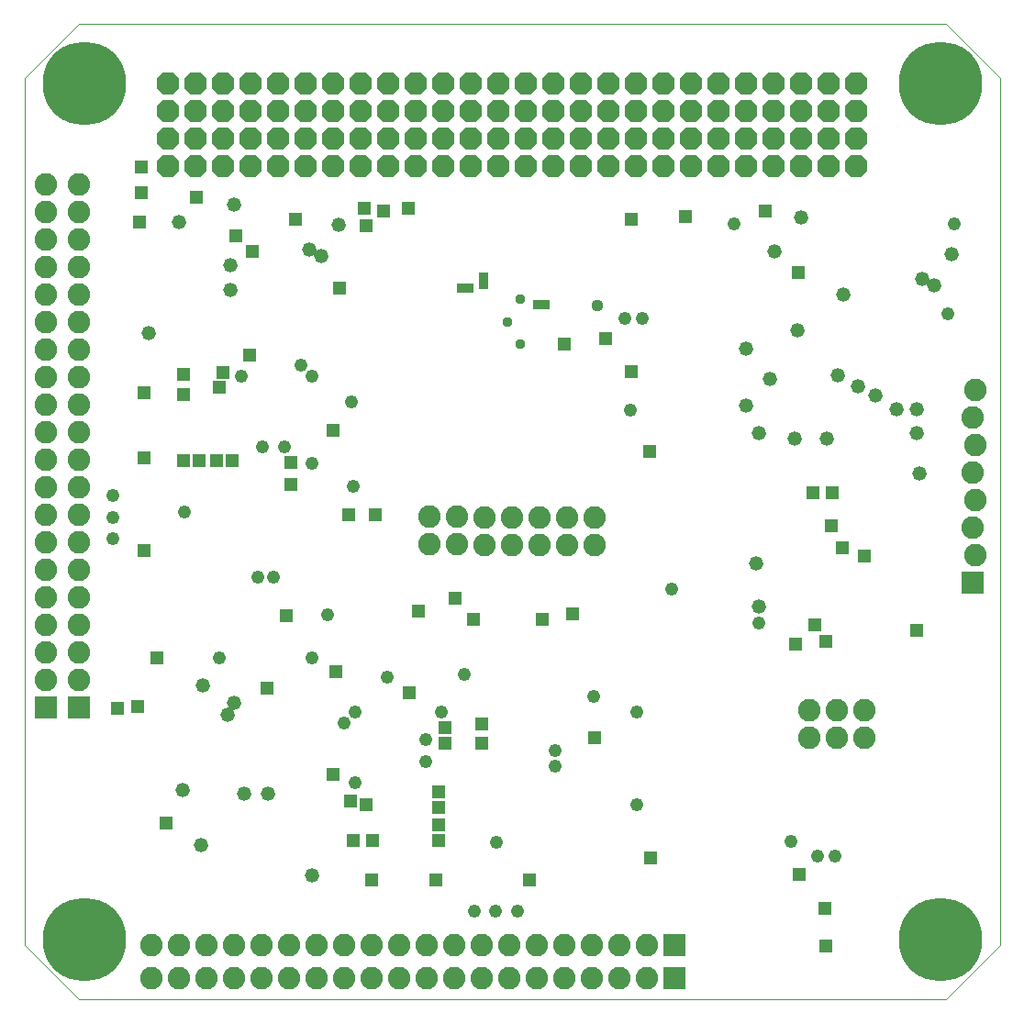
<source format=gbs>
G75*
%MOIN*%
%OFA0B0*%
%FSLAX25Y25*%
%IPPOS*%
%LPD*%
%AMOC8*
5,1,8,0,0,1.08239X$1,22.5*
%
%ADD10C,0.00000*%
%ADD11C,0.30328*%
%ADD12OC8,0.08200*%
%ADD13C,0.05200*%
%ADD14R,0.08200X0.08200*%
%ADD15C,0.08200*%
%ADD16C,0.04762*%
%ADD17R,0.04762X0.04762*%
%ADD18C,0.03778*%
%ADD19R,0.03778X0.03778*%
%ADD20C,0.04400*%
D10*
X0015180Y0026678D02*
X0015180Y0341638D01*
X0034865Y0361323D01*
X0349825Y0361323D01*
X0369510Y0341638D01*
X0369510Y0026678D01*
X0349825Y0006993D01*
X0034865Y0006993D01*
X0015180Y0026678D01*
D11*
X0036833Y0028646D03*
X0036833Y0339670D03*
X0347857Y0339670D03*
X0347857Y0028646D03*
D12*
X0317345Y0309670D03*
X0307345Y0309670D03*
X0307345Y0319670D03*
X0317345Y0319670D03*
X0317345Y0329670D03*
X0317345Y0339670D03*
X0307345Y0339670D03*
X0307345Y0329670D03*
X0297345Y0329670D03*
X0297345Y0339670D03*
X0287345Y0339670D03*
X0287345Y0329670D03*
X0277345Y0329670D03*
X0277345Y0339670D03*
X0267345Y0339670D03*
X0257345Y0339670D03*
X0257345Y0329670D03*
X0267345Y0329670D03*
X0267345Y0319670D03*
X0257345Y0319670D03*
X0247345Y0319670D03*
X0247345Y0329670D03*
X0247345Y0339670D03*
X0237345Y0339670D03*
X0227345Y0339670D03*
X0227345Y0329670D03*
X0237345Y0329670D03*
X0237345Y0319670D03*
X0227345Y0319670D03*
X0217345Y0319670D03*
X0217345Y0329670D03*
X0217345Y0339670D03*
X0207345Y0339670D03*
X0197345Y0339670D03*
X0197345Y0329670D03*
X0207345Y0329670D03*
X0207345Y0319670D03*
X0197345Y0319670D03*
X0187345Y0319670D03*
X0187345Y0329670D03*
X0187345Y0339670D03*
X0177345Y0339670D03*
X0167345Y0339670D03*
X0167345Y0329670D03*
X0177345Y0329670D03*
X0177345Y0319670D03*
X0167345Y0319670D03*
X0157345Y0319670D03*
X0157345Y0329670D03*
X0157345Y0339670D03*
X0147345Y0339670D03*
X0137345Y0339670D03*
X0137345Y0329670D03*
X0147345Y0329670D03*
X0147345Y0319670D03*
X0137345Y0319670D03*
X0127345Y0319670D03*
X0117345Y0319670D03*
X0117345Y0329670D03*
X0117345Y0339670D03*
X0127345Y0339670D03*
X0127345Y0329670D03*
X0107345Y0329670D03*
X0107345Y0339670D03*
X0097345Y0339670D03*
X0087345Y0339670D03*
X0087345Y0329670D03*
X0097345Y0329670D03*
X0097345Y0319670D03*
X0087345Y0319670D03*
X0077345Y0319670D03*
X0077345Y0329670D03*
X0077345Y0339670D03*
X0067345Y0339670D03*
X0067345Y0329670D03*
X0067345Y0319670D03*
X0067345Y0309670D03*
X0077345Y0309670D03*
X0087345Y0309670D03*
X0097345Y0309670D03*
X0107345Y0309670D03*
X0107345Y0319670D03*
X0117345Y0309670D03*
X0127345Y0309670D03*
X0137345Y0309670D03*
X0147345Y0309670D03*
X0157345Y0309670D03*
X0167345Y0309670D03*
X0177345Y0309670D03*
X0187345Y0309670D03*
X0197345Y0309670D03*
X0207345Y0309670D03*
X0217345Y0309670D03*
X0227345Y0309670D03*
X0237345Y0309670D03*
X0247345Y0309670D03*
X0257345Y0309670D03*
X0267345Y0309670D03*
X0277345Y0309670D03*
X0277345Y0319670D03*
X0287345Y0319670D03*
X0297345Y0319670D03*
X0297345Y0309670D03*
X0287345Y0309670D03*
D13*
X0297357Y0291055D03*
X0287514Y0278752D03*
X0312613Y0263004D03*
X0295880Y0250208D03*
X0310644Y0233860D03*
X0318126Y0229947D03*
X0324374Y0226326D03*
X0331894Y0221311D03*
X0339394Y0221311D03*
X0339187Y0212807D03*
X0340172Y0198043D03*
X0306707Y0210838D03*
X0294896Y0210838D03*
X0282101Y0212807D03*
X0277180Y0222649D03*
X0286038Y0232492D03*
X0277180Y0243319D03*
X0341156Y0268909D03*
X0345585Y0266449D03*
X0351983Y0277767D03*
X0281117Y0165563D03*
X0282101Y0149815D03*
X0129353Y0288489D03*
X0122955Y0277170D03*
X0118526Y0279630D03*
X0091459Y0295871D03*
X0071282Y0289473D03*
X0089983Y0273725D03*
X0089983Y0264867D03*
X0060455Y0249119D03*
X0080140Y0121166D03*
X0091459Y0114768D03*
X0088998Y0110339D03*
X0094904Y0081796D03*
X0103762Y0081796D03*
X0079156Y0063095D03*
X0072758Y0083272D03*
X0119510Y0052268D03*
D14*
X0034865Y0113292D03*
X0023054Y0113292D03*
X0251400Y0026678D03*
X0251400Y0014867D03*
X0359782Y0158369D03*
D15*
X0360782Y0168369D03*
X0359782Y0178369D03*
X0360782Y0188369D03*
X0359782Y0198369D03*
X0360782Y0208369D03*
X0359782Y0218369D03*
X0360782Y0228369D03*
X0320219Y0112032D03*
X0310219Y0112032D03*
X0310219Y0102032D03*
X0320219Y0102032D03*
X0300219Y0102032D03*
X0300219Y0112032D03*
X0222219Y0172032D03*
X0212219Y0172032D03*
X0212219Y0182032D03*
X0222219Y0182032D03*
X0202219Y0182032D03*
X0202219Y0172032D03*
X0192219Y0172032D03*
X0182219Y0172032D03*
X0172345Y0172347D03*
X0172345Y0182347D03*
X0182219Y0182032D03*
X0192219Y0182032D03*
X0162345Y0182347D03*
X0162345Y0172347D03*
X0034865Y0173292D03*
X0034865Y0183292D03*
X0034865Y0193292D03*
X0034865Y0203292D03*
X0034865Y0213292D03*
X0034865Y0223292D03*
X0034865Y0233292D03*
X0034865Y0243292D03*
X0034865Y0253292D03*
X0034865Y0263292D03*
X0034865Y0273292D03*
X0034865Y0283292D03*
X0034865Y0293292D03*
X0034865Y0303292D03*
X0023054Y0303292D03*
X0023054Y0293292D03*
X0023054Y0283292D03*
X0023054Y0273292D03*
X0023054Y0263292D03*
X0023054Y0253292D03*
X0023054Y0243292D03*
X0023054Y0233292D03*
X0023054Y0223292D03*
X0023054Y0213292D03*
X0023054Y0203292D03*
X0023054Y0193292D03*
X0023054Y0183292D03*
X0023054Y0173292D03*
X0023054Y0163292D03*
X0023054Y0153292D03*
X0023054Y0143292D03*
X0023054Y0133292D03*
X0023054Y0123292D03*
X0034865Y0123292D03*
X0034865Y0133292D03*
X0034865Y0143292D03*
X0034865Y0153292D03*
X0034865Y0163292D03*
X0061400Y0026678D03*
X0071400Y0026678D03*
X0081400Y0026678D03*
X0091400Y0026678D03*
X0101400Y0026678D03*
X0111400Y0026678D03*
X0121400Y0026678D03*
X0131400Y0026678D03*
X0141400Y0026678D03*
X0151400Y0026678D03*
X0161400Y0026678D03*
X0171400Y0026678D03*
X0181400Y0026678D03*
X0191400Y0026678D03*
X0201400Y0026678D03*
X0211400Y0026678D03*
X0221400Y0026678D03*
X0231400Y0026678D03*
X0241400Y0026678D03*
X0241400Y0014867D03*
X0231400Y0014867D03*
X0221400Y0014867D03*
X0211400Y0014867D03*
X0201400Y0014867D03*
X0191400Y0014867D03*
X0181400Y0014867D03*
X0171400Y0014867D03*
X0161400Y0014867D03*
X0151400Y0014867D03*
X0141400Y0014867D03*
X0131400Y0014867D03*
X0121400Y0014867D03*
X0111400Y0014867D03*
X0101400Y0014867D03*
X0091400Y0014867D03*
X0081400Y0014867D03*
X0071400Y0014867D03*
X0061400Y0014867D03*
D16*
X0135258Y0085733D03*
X0131321Y0107386D03*
X0135258Y0111323D03*
X0147006Y0124284D03*
X0166754Y0111323D03*
X0160849Y0101481D03*
X0160849Y0093607D03*
X0174880Y0125084D03*
X0208093Y0097544D03*
X0208093Y0091638D03*
X0221872Y0117229D03*
X0237620Y0111323D03*
X0237620Y0077859D03*
X0194313Y0039289D03*
X0186439Y0039289D03*
X0178565Y0039289D03*
X0186808Y0064079D03*
X0119510Y0131008D03*
X0125416Y0146756D03*
X0105731Y0160536D03*
X0099825Y0160536D03*
X0086046Y0131008D03*
X0047476Y0174315D03*
X0047476Y0182189D03*
X0047476Y0190064D03*
X0073250Y0184158D03*
X0101794Y0207780D03*
X0109668Y0207780D03*
X0119510Y0201875D03*
X0134619Y0193632D03*
X0134071Y0224023D03*
X0119510Y0233371D03*
X0115573Y0237308D03*
X0093920Y0233371D03*
X0233202Y0254408D03*
X0239772Y0254478D03*
X0235219Y0221032D03*
X0250219Y0156032D03*
X0281912Y0143804D03*
X0293619Y0064632D03*
X0303219Y0059032D03*
X0309619Y0059032D03*
X0350619Y0256032D03*
X0353019Y0288832D03*
X0273019Y0288832D03*
D17*
X0284219Y0293632D03*
X0296219Y0271232D03*
X0255337Y0291441D03*
X0235652Y0290457D03*
X0226272Y0247178D03*
X0235672Y0235178D03*
X0211219Y0245032D03*
X0242219Y0206032D03*
X0301819Y0191232D03*
X0308619Y0191232D03*
X0308219Y0179032D03*
X0312219Y0171032D03*
X0320219Y0168032D03*
X0302219Y0143032D03*
X0306219Y0137032D03*
X0295219Y0136032D03*
X0339219Y0141032D03*
X0296819Y0052632D03*
X0306019Y0040232D03*
X0306419Y0026632D03*
X0242619Y0058432D03*
X0222266Y0102268D03*
X0181219Y0100032D03*
X0181219Y0107032D03*
X0168131Y0105695D03*
X0168131Y0100095D03*
X0154943Y0118397D03*
X0128369Y0126087D03*
X0103419Y0120032D03*
X0110455Y0146363D03*
X0133019Y0183232D03*
X0142619Y0183232D03*
X0111882Y0194098D03*
X0111913Y0202098D03*
X0127384Y0213686D03*
X0097082Y0241298D03*
X0087482Y0234898D03*
X0086046Y0229434D03*
X0073082Y0226898D03*
X0073082Y0234098D03*
X0058487Y0227465D03*
X0058487Y0203843D03*
X0073082Y0202898D03*
X0078682Y0202898D03*
X0085082Y0202898D03*
X0090682Y0202898D03*
X0058487Y0169985D03*
X0063419Y0131232D03*
X0056219Y0113632D03*
X0049019Y0112832D03*
X0066619Y0071232D03*
X0127331Y0088895D03*
X0133731Y0079295D03*
X0139195Y0077859D03*
X0141731Y0064895D03*
X0134531Y0064895D03*
X0141164Y0050300D03*
X0164786Y0050300D03*
X0165731Y0064895D03*
X0165731Y0070495D03*
X0165731Y0076895D03*
X0165731Y0082495D03*
X0198644Y0050300D03*
X0203219Y0145032D03*
X0214219Y0147032D03*
X0178219Y0145032D03*
X0171819Y0152932D03*
X0158219Y0148032D03*
X0129819Y0265632D03*
X0139419Y0288032D03*
X0138619Y0294432D03*
X0145819Y0293632D03*
X0154619Y0294432D03*
X0113605Y0290457D03*
X0097857Y0278646D03*
X0091951Y0284552D03*
X0077819Y0298432D03*
X0057819Y0300032D03*
X0057819Y0309632D03*
X0057019Y0289632D03*
D18*
X0190574Y0253253D03*
X0195288Y0245280D03*
X0195288Y0261530D03*
D19*
X0201721Y0259430D03*
X0204221Y0259430D03*
X0181861Y0266888D03*
X0181861Y0269388D03*
X0176561Y0265538D03*
X0174061Y0265538D03*
D20*
X0223219Y0259032D03*
M02*

</source>
